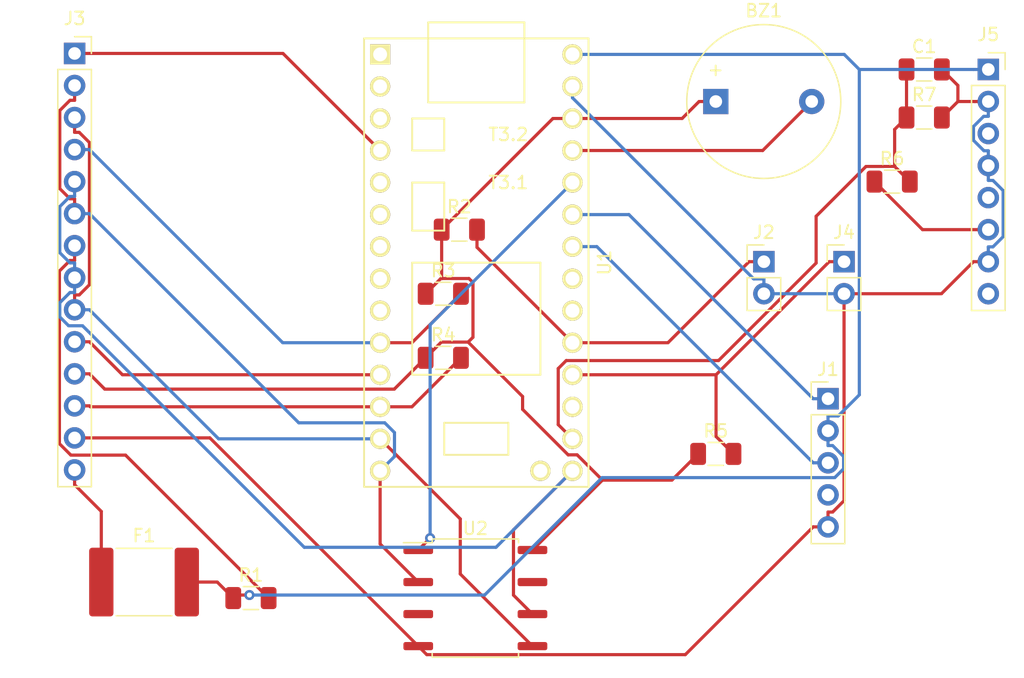
<source format=kicad_pcb>
(kicad_pcb (version 20171130) (host pcbnew "(5.0.2-5)-5")

  (general
    (thickness 1.6)
    (drawings 0)
    (tracks 195)
    (zones 0)
    (modules 17)
    (nets 39)
  )

  (page A4)
  (layers
    (0 F.Cu signal)
    (31 B.Cu signal)
    (32 B.Adhes user)
    (33 F.Adhes user)
    (34 B.Paste user)
    (35 F.Paste user)
    (36 B.SilkS user)
    (37 F.SilkS user)
    (38 B.Mask user)
    (39 F.Mask user)
    (40 Dwgs.User user)
    (41 Cmts.User user)
    (42 Eco1.User user)
    (43 Eco2.User user)
    (44 Edge.Cuts user)
    (45 Margin user)
    (46 B.CrtYd user)
    (47 F.CrtYd user)
    (48 B.Fab user)
    (49 F.Fab user)
  )

  (setup
    (last_trace_width 0.25)
    (trace_clearance 0.2)
    (zone_clearance 0.508)
    (zone_45_only no)
    (trace_min 0.2)
    (segment_width 0.2)
    (edge_width 0.15)
    (via_size 0.8)
    (via_drill 0.4)
    (via_min_size 0.4)
    (via_min_drill 0.3)
    (uvia_size 0.3)
    (uvia_drill 0.1)
    (uvias_allowed no)
    (uvia_min_size 0.2)
    (uvia_min_drill 0.1)
    (pcb_text_width 0.3)
    (pcb_text_size 1.5 1.5)
    (mod_edge_width 0.15)
    (mod_text_size 1 1)
    (mod_text_width 0.15)
    (pad_size 1.524 1.524)
    (pad_drill 0.762)
    (pad_to_mask_clearance 0.051)
    (solder_mask_min_width 0.25)
    (aux_axis_origin 0 0)
    (visible_elements FFFFFF7F)
    (pcbplotparams
      (layerselection 0x010fc_ffffffff)
      (usegerberextensions false)
      (usegerberattributes false)
      (usegerberadvancedattributes false)
      (creategerberjobfile false)
      (excludeedgelayer true)
      (linewidth 0.100000)
      (plotframeref false)
      (viasonmask false)
      (mode 1)
      (useauxorigin false)
      (hpglpennumber 1)
      (hpglpenspeed 20)
      (hpglpendiameter 15.000000)
      (psnegative false)
      (psa4output false)
      (plotreference true)
      (plotvalue true)
      (plotinvisibletext false)
      (padsonsilk false)
      (subtractmaskfromsilk false)
      (outputformat 1)
      (mirror false)
      (drillshape 1)
      (scaleselection 1)
      (outputdirectory ""))
  )

  (net 0 "")
  (net 1 +3V3)
  (net 2 "Net-(BZ1-Pad2)")
  (net 3 VBAT.5)
  (net 4 GND)
  (net 5 "Net-(F1-Pad1)")
  (net 6 +5V)
  (net 7 ENC-B)
  (net 8 ~BUTTON1)
  (net 9 TIRQ)
  (net 10 MISO)
  (net 11 MOSI)
  (net 12 TCS)
  (net 13 SCK)
  (net 14 "Net-(J3-Pad7)")
  (net 15 DnC)
  (net 16 CS)
  (net 17 ~BUTTON2)
  (net 18 ~LOBAT)
  (net 19 ~PWR_OFF)
  (net 20 VBAT)
  (net 21 "Net-(J5-Pad8)")
  (net 22 "Net-(U1-Pad19)")
  (net 23 "Net-(U1-Pad22)")
  (net 24 "Net-(U1-Pad25)")
  (net 25 "Net-(U1-Pad26)")
  (net 26 ENC-A)
  (net 27 ~FRCS)
  (net 28 "Net-(U1-Pad9)")
  (net 29 "Net-(U1-Pad8)")
  (net 30 "Net-(U1-Pad7)")
  (net 31 "Net-(U1-Pad6)")
  (net 32 "Net-(U1-Pad5)")
  (net 33 "Net-(U1-Pad3)")
  (net 34 "Net-(U1-Pad2)")
  (net 35 "Net-(U1-Pad1)")
  (net 36 "Net-(U2-Pad3)")
  (net 37 "Net-(U2-Pad7)")
  (net 38 "Net-(J1-Pad4)")

  (net_class Default "This is the default net class."
    (clearance 0.2)
    (trace_width 0.25)
    (via_dia 0.8)
    (via_drill 0.4)
    (uvia_dia 0.3)
    (uvia_drill 0.1)
    (add_net +3V3)
    (add_net +5V)
    (add_net CS)
    (add_net DnC)
    (add_net ENC-A)
    (add_net ENC-B)
    (add_net GND)
    (add_net MISO)
    (add_net MOSI)
    (add_net "Net-(BZ1-Pad2)")
    (add_net "Net-(F1-Pad1)")
    (add_net "Net-(J1-Pad4)")
    (add_net "Net-(J3-Pad7)")
    (add_net "Net-(J5-Pad8)")
    (add_net "Net-(U1-Pad1)")
    (add_net "Net-(U1-Pad19)")
    (add_net "Net-(U1-Pad2)")
    (add_net "Net-(U1-Pad22)")
    (add_net "Net-(U1-Pad25)")
    (add_net "Net-(U1-Pad26)")
    (add_net "Net-(U1-Pad3)")
    (add_net "Net-(U1-Pad5)")
    (add_net "Net-(U1-Pad6)")
    (add_net "Net-(U1-Pad7)")
    (add_net "Net-(U1-Pad8)")
    (add_net "Net-(U1-Pad9)")
    (add_net "Net-(U2-Pad3)")
    (add_net "Net-(U2-Pad7)")
    (add_net SCK)
    (add_net TCS)
    (add_net TIRQ)
    (add_net VBAT)
    (add_net VBAT.5)
    (add_net ~BUTTON1)
    (add_net ~BUTTON2)
    (add_net ~FRCS)
    (add_net ~LOBAT)
    (add_net ~PWR_OFF)
  )

  (module Buzzer_Beeper:Buzzer_12x9.5RM7.6 (layer F.Cu) (tedit 5A030281) (tstamp 5C973018)
    (at 163.83 73.66)
    (descr "Generic Buzzer, D12mm height 9.5mm with RM7.6mm")
    (tags buzzer)
    (path /5C719CC2)
    (fp_text reference BZ1 (at 3.8 -7.2) (layer F.SilkS)
      (effects (font (size 1 1) (thickness 0.15)))
    )
    (fp_text value Buzzer (at 3.8 7.4) (layer F.Fab)
      (effects (font (size 1 1) (thickness 0.15)))
    )
    (fp_text user + (at -0.01 -2.54) (layer F.Fab)
      (effects (font (size 1 1) (thickness 0.15)))
    )
    (fp_text user + (at -0.01 -2.54) (layer F.SilkS)
      (effects (font (size 1 1) (thickness 0.15)))
    )
    (fp_text user %R (at 3.8 -4) (layer F.Fab)
      (effects (font (size 1 1) (thickness 0.15)))
    )
    (fp_circle (center 3.8 0) (end 10.05 0) (layer F.CrtYd) (width 0.05))
    (fp_circle (center 3.8 0) (end 9.8 0) (layer F.Fab) (width 0.1))
    (fp_circle (center 3.8 0) (end 4.8 0) (layer F.Fab) (width 0.1))
    (fp_circle (center 3.8 0) (end 9.9 0) (layer F.SilkS) (width 0.12))
    (pad 1 thru_hole rect (at 0 0) (size 2 2) (drill 1) (layers *.Cu *.Mask)
      (net 1 +3V3))
    (pad 2 thru_hole circle (at 7.6 0) (size 2 2) (drill 1) (layers *.Cu *.Mask)
      (net 2 "Net-(BZ1-Pad2)"))
    (model ${KISYS3DMOD}/Buzzer_Beeper.3dshapes/Buzzer_12x9.5RM7.6.wrl
      (at (xyz 0 0 0))
      (scale (xyz 1 1 1))
      (rotate (xyz 0 0 0))
    )
  )

  (module Capacitor_SMD:C_1206_3216Metric (layer F.Cu) (tedit 5B301BBE) (tstamp 5C973029)
    (at 180.34 71.12)
    (descr "Capacitor SMD 1206 (3216 Metric), square (rectangular) end terminal, IPC_7351 nominal, (Body size source: http://www.tortai-tech.com/upload/download/2011102023233369053.pdf), generated with kicad-footprint-generator")
    (tags capacitor)
    (path /5C7298FE)
    (attr smd)
    (fp_text reference C1 (at 0 -1.82) (layer F.SilkS)
      (effects (font (size 1 1) (thickness 0.15)))
    )
    (fp_text value .1uf (at 0 1.82) (layer F.Fab)
      (effects (font (size 1 1) (thickness 0.15)))
    )
    (fp_line (start -1.6 0.8) (end -1.6 -0.8) (layer F.Fab) (width 0.1))
    (fp_line (start -1.6 -0.8) (end 1.6 -0.8) (layer F.Fab) (width 0.1))
    (fp_line (start 1.6 -0.8) (end 1.6 0.8) (layer F.Fab) (width 0.1))
    (fp_line (start 1.6 0.8) (end -1.6 0.8) (layer F.Fab) (width 0.1))
    (fp_line (start -0.602064 -0.91) (end 0.602064 -0.91) (layer F.SilkS) (width 0.12))
    (fp_line (start -0.602064 0.91) (end 0.602064 0.91) (layer F.SilkS) (width 0.12))
    (fp_line (start -2.28 1.12) (end -2.28 -1.12) (layer F.CrtYd) (width 0.05))
    (fp_line (start -2.28 -1.12) (end 2.28 -1.12) (layer F.CrtYd) (width 0.05))
    (fp_line (start 2.28 -1.12) (end 2.28 1.12) (layer F.CrtYd) (width 0.05))
    (fp_line (start 2.28 1.12) (end -2.28 1.12) (layer F.CrtYd) (width 0.05))
    (fp_text user %R (at 0 0) (layer F.Fab)
      (effects (font (size 0.8 0.8) (thickness 0.12)))
    )
    (pad 1 smd roundrect (at -1.4 0) (size 1.25 1.75) (layers F.Cu F.Paste F.Mask) (roundrect_rratio 0.2)
      (net 3 VBAT.5))
    (pad 2 smd roundrect (at 1.4 0) (size 1.25 1.75) (layers F.Cu F.Paste F.Mask) (roundrect_rratio 0.2)
      (net 4 GND))
    (model ${KISYS3DMOD}/Capacitor_SMD.3dshapes/C_1206_3216Metric.wrl
      (at (xyz 0 0 0))
      (scale (xyz 1 1 1))
      (rotate (xyz 0 0 0))
    )
  )

  (module Fuse:Fuse_2920_7451Metric (layer F.Cu) (tedit 5B341557) (tstamp 5C97303A)
    (at 118.532 111.76)
    (descr "Fuse SMD 2920 (7451 Metric), square (rectangular) end terminal, IPC_7351 nominal, (Body size from: http://www.megastar.com/products/fusetronic/polyswitch/PDF/smd2920.pdf), generated with kicad-footprint-generator")
    (tags resistor)
    (path /5C714627)
    (attr smd)
    (fp_text reference F1 (at 0 -3.68) (layer F.SilkS)
      (effects (font (size 1 1) (thickness 0.15)))
    )
    (fp_text value "450mA Polyfuse" (at 0 3.68) (layer F.Fab)
      (effects (font (size 1 1) (thickness 0.15)))
    )
    (fp_line (start -3.6775 2.56) (end -3.6775 -2.56) (layer F.Fab) (width 0.1))
    (fp_line (start -3.6775 -2.56) (end 3.6775 -2.56) (layer F.Fab) (width 0.1))
    (fp_line (start 3.6775 -2.56) (end 3.6775 2.56) (layer F.Fab) (width 0.1))
    (fp_line (start 3.6775 2.56) (end -3.6775 2.56) (layer F.Fab) (width 0.1))
    (fp_line (start -2.203752 -2.67) (end 2.203752 -2.67) (layer F.SilkS) (width 0.12))
    (fp_line (start -2.203752 2.67) (end 2.203752 2.67) (layer F.SilkS) (width 0.12))
    (fp_line (start -4.6 2.98) (end -4.6 -2.98) (layer F.CrtYd) (width 0.05))
    (fp_line (start -4.6 -2.98) (end 4.6 -2.98) (layer F.CrtYd) (width 0.05))
    (fp_line (start 4.6 -2.98) (end 4.6 2.98) (layer F.CrtYd) (width 0.05))
    (fp_line (start 4.6 2.98) (end -4.6 2.98) (layer F.CrtYd) (width 0.05))
    (fp_text user %R (at 0 0) (layer F.Fab)
      (effects (font (size 1 1) (thickness 0.15)))
    )
    (pad 1 smd roundrect (at -3.3875 0) (size 1.925 5.45) (layers F.Cu F.Paste F.Mask) (roundrect_rratio 0.12987)
      (net 5 "Net-(F1-Pad1)"))
    (pad 2 smd roundrect (at 3.3875 0) (size 1.925 5.45) (layers F.Cu F.Paste F.Mask) (roundrect_rratio 0.12987)
      (net 6 +5V))
    (model ${KISYS3DMOD}/Fuse.3dshapes/Fuse_2920_7451Metric.wrl
      (at (xyz 0 0 0))
      (scale (xyz 1 1 1))
      (rotate (xyz 0 0 0))
    )
  )

  (module Connector_PinHeader_2.54mm:PinHeader_1x05_P2.54mm_Vertical (layer F.Cu) (tedit 59FED5CC) (tstamp 5C973053)
    (at 172.72 97.225)
    (descr "Through hole straight pin header, 1x05, 2.54mm pitch, single row")
    (tags "Through hole pin header THT 1x05 2.54mm single row")
    (path /5C72F7E3)
    (fp_text reference J1 (at 0 -2.33) (layer F.SilkS)
      (effects (font (size 1 1) (thickness 0.15)))
    )
    (fp_text value "Encoder Header" (at 0 12.49) (layer F.Fab)
      (effects (font (size 1 1) (thickness 0.15)))
    )
    (fp_line (start -0.635 -1.27) (end 1.27 -1.27) (layer F.Fab) (width 0.1))
    (fp_line (start 1.27 -1.27) (end 1.27 11.43) (layer F.Fab) (width 0.1))
    (fp_line (start 1.27 11.43) (end -1.27 11.43) (layer F.Fab) (width 0.1))
    (fp_line (start -1.27 11.43) (end -1.27 -0.635) (layer F.Fab) (width 0.1))
    (fp_line (start -1.27 -0.635) (end -0.635 -1.27) (layer F.Fab) (width 0.1))
    (fp_line (start -1.33 11.49) (end 1.33 11.49) (layer F.SilkS) (width 0.12))
    (fp_line (start -1.33 1.27) (end -1.33 11.49) (layer F.SilkS) (width 0.12))
    (fp_line (start 1.33 1.27) (end 1.33 11.49) (layer F.SilkS) (width 0.12))
    (fp_line (start -1.33 1.27) (end 1.33 1.27) (layer F.SilkS) (width 0.12))
    (fp_line (start -1.33 0) (end -1.33 -1.33) (layer F.SilkS) (width 0.12))
    (fp_line (start -1.33 -1.33) (end 0 -1.33) (layer F.SilkS) (width 0.12))
    (fp_line (start -1.8 -1.8) (end -1.8 11.95) (layer F.CrtYd) (width 0.05))
    (fp_line (start -1.8 11.95) (end 1.8 11.95) (layer F.CrtYd) (width 0.05))
    (fp_line (start 1.8 11.95) (end 1.8 -1.8) (layer F.CrtYd) (width 0.05))
    (fp_line (start 1.8 -1.8) (end -1.8 -1.8) (layer F.CrtYd) (width 0.05))
    (fp_text user %R (at 0 5.08 90) (layer F.Fab)
      (effects (font (size 1 1) (thickness 0.15)))
    )
    (pad 1 thru_hole rect (at 0 0) (size 1.7 1.7) (drill 1) (layers *.Cu *.Mask)
      (net 7 ENC-B))
    (pad 2 thru_hole oval (at 0 2.54) (size 1.7 1.7) (drill 1) (layers *.Cu *.Mask)
      (net 6 +5V))
    (pad 3 thru_hole oval (at 0 5.08) (size 1.7 1.7) (drill 1) (layers *.Cu *.Mask)
      (net 26 ENC-A))
    (pad 4 thru_hole oval (at 0 7.62) (size 1.7 1.7) (drill 1) (layers *.Cu *.Mask)
      (net 38 "Net-(J1-Pad4)"))
    (pad 5 thru_hole oval (at 0 10.16) (size 1.7 1.7) (drill 1) (layers *.Cu *.Mask)
      (net 4 GND))
    (model ${KISYS3DMOD}/Connector_PinHeader_2.54mm.3dshapes/PinHeader_1x05_P2.54mm_Vertical.wrl
      (at (xyz 0 0 0))
      (scale (xyz 1 1 1))
      (rotate (xyz 0 0 0))
    )
  )

  (module Connector_PinHeader_2.54mm:PinHeader_1x02_P2.54mm_Vertical (layer F.Cu) (tedit 59FED5CC) (tstamp 5C973069)
    (at 167.64 86.36)
    (descr "Through hole straight pin header, 1x02, 2.54mm pitch, single row")
    (tags "Through hole pin header THT 1x02 2.54mm single row")
    (path /5C741892)
    (fp_text reference J2 (at 0 -2.33) (layer F.SilkS)
      (effects (font (size 1 1) (thickness 0.15)))
    )
    (fp_text value "Button Header" (at 0 4.87) (layer F.Fab)
      (effects (font (size 1 1) (thickness 0.15)))
    )
    (fp_text user %R (at 0 1.27 90) (layer F.Fab)
      (effects (font (size 1 1) (thickness 0.15)))
    )
    (fp_line (start 1.8 -1.8) (end -1.8 -1.8) (layer F.CrtYd) (width 0.05))
    (fp_line (start 1.8 4.35) (end 1.8 -1.8) (layer F.CrtYd) (width 0.05))
    (fp_line (start -1.8 4.35) (end 1.8 4.35) (layer F.CrtYd) (width 0.05))
    (fp_line (start -1.8 -1.8) (end -1.8 4.35) (layer F.CrtYd) (width 0.05))
    (fp_line (start -1.33 -1.33) (end 0 -1.33) (layer F.SilkS) (width 0.12))
    (fp_line (start -1.33 0) (end -1.33 -1.33) (layer F.SilkS) (width 0.12))
    (fp_line (start -1.33 1.27) (end 1.33 1.27) (layer F.SilkS) (width 0.12))
    (fp_line (start 1.33 1.27) (end 1.33 3.87) (layer F.SilkS) (width 0.12))
    (fp_line (start -1.33 1.27) (end -1.33 3.87) (layer F.SilkS) (width 0.12))
    (fp_line (start -1.33 3.87) (end 1.33 3.87) (layer F.SilkS) (width 0.12))
    (fp_line (start -1.27 -0.635) (end -0.635 -1.27) (layer F.Fab) (width 0.1))
    (fp_line (start -1.27 3.81) (end -1.27 -0.635) (layer F.Fab) (width 0.1))
    (fp_line (start 1.27 3.81) (end -1.27 3.81) (layer F.Fab) (width 0.1))
    (fp_line (start 1.27 -1.27) (end 1.27 3.81) (layer F.Fab) (width 0.1))
    (fp_line (start -0.635 -1.27) (end 1.27 -1.27) (layer F.Fab) (width 0.1))
    (pad 2 thru_hole oval (at 0 2.54) (size 1.7 1.7) (drill 1) (layers *.Cu *.Mask)
      (net 4 GND))
    (pad 1 thru_hole rect (at 0 0) (size 1.7 1.7) (drill 1) (layers *.Cu *.Mask)
      (net 8 ~BUTTON1))
    (model ${KISYS3DMOD}/Connector_PinHeader_2.54mm.3dshapes/PinHeader_1x02_P2.54mm_Vertical.wrl
      (at (xyz 0 0 0))
      (scale (xyz 1 1 1))
      (rotate (xyz 0 0 0))
    )
  )

  (module Connector_PinSocket_2.54mm:PinSocket_1x14_P2.54mm_Vertical (layer F.Cu) (tedit 5A19A434) (tstamp 5C97308B)
    (at 113.03 69.85)
    (descr "Through hole straight socket strip, 1x14, 2.54mm pitch, single row (from Kicad 4.0.7), script generated")
    (tags "Through hole socket strip THT 1x14 2.54mm single row")
    (path /5C72F38F)
    (fp_text reference J3 (at 0 -2.77) (layer F.SilkS)
      (effects (font (size 1 1) (thickness 0.15)))
    )
    (fp_text value "IFI9431 Header" (at 0 35.79) (layer F.Fab)
      (effects (font (size 1 1) (thickness 0.15)))
    )
    (fp_line (start -1.27 -1.27) (end 0.635 -1.27) (layer F.Fab) (width 0.1))
    (fp_line (start 0.635 -1.27) (end 1.27 -0.635) (layer F.Fab) (width 0.1))
    (fp_line (start 1.27 -0.635) (end 1.27 34.29) (layer F.Fab) (width 0.1))
    (fp_line (start 1.27 34.29) (end -1.27 34.29) (layer F.Fab) (width 0.1))
    (fp_line (start -1.27 34.29) (end -1.27 -1.27) (layer F.Fab) (width 0.1))
    (fp_line (start -1.33 1.27) (end 1.33 1.27) (layer F.SilkS) (width 0.12))
    (fp_line (start -1.33 1.27) (end -1.33 34.35) (layer F.SilkS) (width 0.12))
    (fp_line (start -1.33 34.35) (end 1.33 34.35) (layer F.SilkS) (width 0.12))
    (fp_line (start 1.33 1.27) (end 1.33 34.35) (layer F.SilkS) (width 0.12))
    (fp_line (start 1.33 -1.33) (end 1.33 0) (layer F.SilkS) (width 0.12))
    (fp_line (start 0 -1.33) (end 1.33 -1.33) (layer F.SilkS) (width 0.12))
    (fp_line (start -1.8 -1.8) (end 1.75 -1.8) (layer F.CrtYd) (width 0.05))
    (fp_line (start 1.75 -1.8) (end 1.75 34.8) (layer F.CrtYd) (width 0.05))
    (fp_line (start 1.75 34.8) (end -1.8 34.8) (layer F.CrtYd) (width 0.05))
    (fp_line (start -1.8 34.8) (end -1.8 -1.8) (layer F.CrtYd) (width 0.05))
    (fp_text user %R (at 0 16.51 90) (layer F.Fab)
      (effects (font (size 1 1) (thickness 0.15)))
    )
    (pad 1 thru_hole rect (at 0 0) (size 1.7 1.7) (drill 1) (layers *.Cu *.Mask)
      (net 9 TIRQ))
    (pad 2 thru_hole oval (at 0 2.54) (size 1.7 1.7) (drill 1) (layers *.Cu *.Mask)
      (net 10 MISO))
    (pad 3 thru_hole oval (at 0 5.08) (size 1.7 1.7) (drill 1) (layers *.Cu *.Mask)
      (net 11 MOSI))
    (pad 4 thru_hole oval (at 0 7.62) (size 1.7 1.7) (drill 1) (layers *.Cu *.Mask)
      (net 12 TCS))
    (pad 5 thru_hole oval (at 0 10.16) (size 1.7 1.7) (drill 1) (layers *.Cu *.Mask)
      (net 13 SCK))
    (pad 6 thru_hole oval (at 0 12.7) (size 1.7 1.7) (drill 1) (layers *.Cu *.Mask)
      (net 10 MISO))
    (pad 7 thru_hole oval (at 0 15.24) (size 1.7 1.7) (drill 1) (layers *.Cu *.Mask)
      (net 14 "Net-(J3-Pad7)"))
    (pad 8 thru_hole oval (at 0 17.78) (size 1.7 1.7) (drill 1) (layers *.Cu *.Mask)
      (net 13 SCK))
    (pad 9 thru_hole oval (at 0 20.32) (size 1.7 1.7) (drill 1) (layers *.Cu *.Mask)
      (net 11 MOSI))
    (pad 10 thru_hole oval (at 0 22.86) (size 1.7 1.7) (drill 1) (layers *.Cu *.Mask)
      (net 15 DnC))
    (pad 11 thru_hole oval (at 0 25.4) (size 1.7 1.7) (drill 1) (layers *.Cu *.Mask)
      (net 1 +3V3))
    (pad 12 thru_hole oval (at 0 27.94) (size 1.7 1.7) (drill 1) (layers *.Cu *.Mask)
      (net 16 CS))
    (pad 13 thru_hole oval (at 0 30.48) (size 1.7 1.7) (drill 1) (layers *.Cu *.Mask)
      (net 4 GND))
    (pad 14 thru_hole oval (at 0 33.02) (size 1.7 1.7) (drill 1) (layers *.Cu *.Mask)
      (net 5 "Net-(F1-Pad1)"))
    (model ${KISYS3DMOD}/Connector_PinSocket_2.54mm.3dshapes/PinSocket_1x14_P2.54mm_Vertical.wrl
      (at (xyz 0 0 0))
      (scale (xyz 1 1 1))
      (rotate (xyz 0 0 0))
    )
  )

  (module Connector_PinHeader_2.54mm:PinHeader_1x02_P2.54mm_Vertical (layer F.Cu) (tedit 59FED5CC) (tstamp 5C9730A1)
    (at 173.99 86.36)
    (descr "Through hole straight pin header, 1x02, 2.54mm pitch, single row")
    (tags "Through hole pin header THT 1x02 2.54mm single row")
    (path /5C73893B)
    (fp_text reference J4 (at 0 -2.33) (layer F.SilkS)
      (effects (font (size 1 1) (thickness 0.15)))
    )
    (fp_text value "Button Header" (at 0 4.87) (layer F.Fab)
      (effects (font (size 1 1) (thickness 0.15)))
    )
    (fp_line (start -0.635 -1.27) (end 1.27 -1.27) (layer F.Fab) (width 0.1))
    (fp_line (start 1.27 -1.27) (end 1.27 3.81) (layer F.Fab) (width 0.1))
    (fp_line (start 1.27 3.81) (end -1.27 3.81) (layer F.Fab) (width 0.1))
    (fp_line (start -1.27 3.81) (end -1.27 -0.635) (layer F.Fab) (width 0.1))
    (fp_line (start -1.27 -0.635) (end -0.635 -1.27) (layer F.Fab) (width 0.1))
    (fp_line (start -1.33 3.87) (end 1.33 3.87) (layer F.SilkS) (width 0.12))
    (fp_line (start -1.33 1.27) (end -1.33 3.87) (layer F.SilkS) (width 0.12))
    (fp_line (start 1.33 1.27) (end 1.33 3.87) (layer F.SilkS) (width 0.12))
    (fp_line (start -1.33 1.27) (end 1.33 1.27) (layer F.SilkS) (width 0.12))
    (fp_line (start -1.33 0) (end -1.33 -1.33) (layer F.SilkS) (width 0.12))
    (fp_line (start -1.33 -1.33) (end 0 -1.33) (layer F.SilkS) (width 0.12))
    (fp_line (start -1.8 -1.8) (end -1.8 4.35) (layer F.CrtYd) (width 0.05))
    (fp_line (start -1.8 4.35) (end 1.8 4.35) (layer F.CrtYd) (width 0.05))
    (fp_line (start 1.8 4.35) (end 1.8 -1.8) (layer F.CrtYd) (width 0.05))
    (fp_line (start 1.8 -1.8) (end -1.8 -1.8) (layer F.CrtYd) (width 0.05))
    (fp_text user %R (at 0 1.27 90) (layer F.Fab)
      (effects (font (size 1 1) (thickness 0.15)))
    )
    (pad 1 thru_hole rect (at 0 0) (size 1.7 1.7) (drill 1) (layers *.Cu *.Mask)
      (net 17 ~BUTTON2))
    (pad 2 thru_hole oval (at 0 2.54) (size 1.7 1.7) (drill 1) (layers *.Cu *.Mask)
      (net 4 GND))
    (model ${KISYS3DMOD}/Connector_PinHeader_2.54mm.3dshapes/PinHeader_1x02_P2.54mm_Vertical.wrl
      (at (xyz 0 0 0))
      (scale (xyz 1 1 1))
      (rotate (xyz 0 0 0))
    )
  )

  (module Connector_PinSocket_2.54mm:PinSocket_1x08_P2.54mm_Vertical (layer F.Cu) (tedit 5C719F62) (tstamp 5C9739B0)
    (at 185.42 71.12)
    (descr "Through hole straight socket strip, 1x08, 2.54mm pitch, single row (from Kicad 4.0.7), script generated")
    (tags "Through hole socket strip THT 1x08 2.54mm single row")
    (path /5C71B899)
    (fp_text reference J5 (at 0 -2.77) (layer F.SilkS)
      (effects (font (size 1 1) (thickness 0.15)))
    )
    (fp_text value "Adafruit 500C Header" (at 2 20.55 90) (layer F.Fab)
      (effects (font (size 1 1) (thickness 0.15)))
    )
    (fp_line (start -1.27 -1.27) (end 0.635 -1.27) (layer F.Fab) (width 0.1))
    (fp_line (start 0.635 -1.27) (end 1.27 -0.635) (layer F.Fab) (width 0.1))
    (fp_line (start 1.27 -0.635) (end 1.27 19.05) (layer F.Fab) (width 0.1))
    (fp_line (start 1.27 19.05) (end -1.27 19.05) (layer F.Fab) (width 0.1))
    (fp_line (start -1.27 19.05) (end -1.27 -1.27) (layer F.Fab) (width 0.1))
    (fp_line (start -1.33 1.27) (end 1.33 1.27) (layer F.SilkS) (width 0.12))
    (fp_line (start -1.33 1.27) (end -1.33 19.11) (layer F.SilkS) (width 0.12))
    (fp_line (start -1.33 19.11) (end 1.33 19.11) (layer F.SilkS) (width 0.12))
    (fp_line (start 1.33 1.27) (end 1.33 19.11) (layer F.SilkS) (width 0.12))
    (fp_line (start 1.33 -1.33) (end 1.33 0) (layer F.SilkS) (width 0.12))
    (fp_line (start 0 -1.33) (end 1.33 -1.33) (layer F.SilkS) (width 0.12))
    (fp_line (start -1.8 -1.8) (end 1.75 -1.8) (layer F.CrtYd) (width 0.05))
    (fp_line (start 1.75 -1.8) (end 1.75 19.55) (layer F.CrtYd) (width 0.05))
    (fp_line (start 1.75 19.55) (end -1.8 19.55) (layer F.CrtYd) (width 0.05))
    (fp_line (start -1.8 19.55) (end -1.8 -1.8) (layer F.CrtYd) (width 0.05))
    (fp_text user %R (at 0 8.89 90) (layer F.Fab)
      (effects (font (size 1 1) (thickness 0.15)))
    )
    (pad 1 thru_hole rect (at 0 0) (size 1.7 1.7) (drill 1) (layers *.Cu *.Mask)
      (net 6 +5V))
    (pad 2 thru_hole oval (at 0 2.54) (size 1.7 1.7) (drill 1) (layers *.Cu *.Mask)
      (net 4 GND))
    (pad 3 thru_hole oval (at 0 5.08) (size 1.7 1.7) (drill 1) (layers *.Cu *.Mask)
      (net 18 ~LOBAT))
    (pad 4 thru_hole oval (at 0 7.62) (size 1.7 1.7) (drill 1) (layers *.Cu *.Mask)
      (net 4 GND))
    (pad 5 thru_hole oval (at 0 10.16) (size 1.7 1.7) (drill 1) (layers *.Cu *.Mask)
      (net 19 ~PWR_OFF))
    (pad 6 thru_hole oval (at 0 12.7) (size 1.7 1.7) (drill 1) (layers *.Cu *.Mask)
      (net 20 VBAT))
    (pad 7 thru_hole oval (at 0 15.24) (size 1.7 1.7) (drill 1) (layers *.Cu *.Mask)
      (net 4 GND))
    (pad 8 thru_hole oval (at 0 17.78) (size 1.7 1.7) (drill 1) (layers *.Cu *.Mask)
      (net 21 "Net-(J5-Pad8)"))
    (model ${KISYS3DMOD}/Connector_PinSocket_2.54mm.3dshapes/PinSocket_1x08_P2.54mm_Vertical.wrl
      (at (xyz 0 0 0))
      (scale (xyz 1 1 1))
      (rotate (xyz 0 0 0))
    )
  )

  (module Resistor_SMD:R_1206_3216Metric (layer F.Cu) (tedit 5B301BBD) (tstamp 5C9730CE)
    (at 127 113.03)
    (descr "Resistor SMD 1206 (3216 Metric), square (rectangular) end terminal, IPC_7351 nominal, (Body size source: http://www.tortai-tech.com/upload/download/2011102023233369053.pdf), generated with kicad-footprint-generator")
    (tags resistor)
    (path /5C70CE12)
    (attr smd)
    (fp_text reference R1 (at 0 -1.82) (layer F.SilkS)
      (effects (font (size 1 1) (thickness 0.15)))
    )
    (fp_text value 100 (at 0 1.82) (layer F.Fab)
      (effects (font (size 1 1) (thickness 0.15)))
    )
    (fp_line (start -1.6 0.8) (end -1.6 -0.8) (layer F.Fab) (width 0.1))
    (fp_line (start -1.6 -0.8) (end 1.6 -0.8) (layer F.Fab) (width 0.1))
    (fp_line (start 1.6 -0.8) (end 1.6 0.8) (layer F.Fab) (width 0.1))
    (fp_line (start 1.6 0.8) (end -1.6 0.8) (layer F.Fab) (width 0.1))
    (fp_line (start -0.602064 -0.91) (end 0.602064 -0.91) (layer F.SilkS) (width 0.12))
    (fp_line (start -0.602064 0.91) (end 0.602064 0.91) (layer F.SilkS) (width 0.12))
    (fp_line (start -2.28 1.12) (end -2.28 -1.12) (layer F.CrtYd) (width 0.05))
    (fp_line (start -2.28 -1.12) (end 2.28 -1.12) (layer F.CrtYd) (width 0.05))
    (fp_line (start 2.28 -1.12) (end 2.28 1.12) (layer F.CrtYd) (width 0.05))
    (fp_line (start 2.28 1.12) (end -2.28 1.12) (layer F.CrtYd) (width 0.05))
    (fp_text user %R (at 0 0.594999) (layer F.Fab)
      (effects (font (size 0.8 0.8) (thickness 0.12)))
    )
    (pad 1 smd roundrect (at -1.4 0) (size 1.25 1.75) (layers F.Cu F.Paste F.Mask) (roundrect_rratio 0.2)
      (net 6 +5V))
    (pad 2 smd roundrect (at 1.4 0) (size 1.25 1.75) (layers F.Cu F.Paste F.Mask) (roundrect_rratio 0.2)
      (net 14 "Net-(J3-Pad7)"))
    (model ${KISYS3DMOD}/Resistor_SMD.3dshapes/R_1206_3216Metric.wrl
      (at (xyz 0 0 0))
      (scale (xyz 1 1 1))
      (rotate (xyz 0 0 0))
    )
  )

  (module Resistor_SMD:R_1206_3216Metric (layer F.Cu) (tedit 5B301BBD) (tstamp 5C9730DF)
    (at 143.51 83.82)
    (descr "Resistor SMD 1206 (3216 Metric), square (rectangular) end terminal, IPC_7351 nominal, (Body size source: http://www.tortai-tech.com/upload/download/2011102023233369053.pdf), generated with kicad-footprint-generator")
    (tags resistor)
    (path /5C741899)
    (attr smd)
    (fp_text reference R2 (at 0 -1.82) (layer F.SilkS)
      (effects (font (size 1 1) (thickness 0.15)))
    )
    (fp_text value 10k (at 0 1.82) (layer F.Fab)
      (effects (font (size 1 1) (thickness 0.15)))
    )
    (fp_line (start -1.6 0.8) (end -1.6 -0.8) (layer F.Fab) (width 0.1))
    (fp_line (start -1.6 -0.8) (end 1.6 -0.8) (layer F.Fab) (width 0.1))
    (fp_line (start 1.6 -0.8) (end 1.6 0.8) (layer F.Fab) (width 0.1))
    (fp_line (start 1.6 0.8) (end -1.6 0.8) (layer F.Fab) (width 0.1))
    (fp_line (start -0.602064 -0.91) (end 0.602064 -0.91) (layer F.SilkS) (width 0.12))
    (fp_line (start -0.602064 0.91) (end 0.602064 0.91) (layer F.SilkS) (width 0.12))
    (fp_line (start -2.28 1.12) (end -2.28 -1.12) (layer F.CrtYd) (width 0.05))
    (fp_line (start -2.28 -1.12) (end 2.28 -1.12) (layer F.CrtYd) (width 0.05))
    (fp_line (start 2.28 -1.12) (end 2.28 1.12) (layer F.CrtYd) (width 0.05))
    (fp_line (start 2.28 1.12) (end -2.28 1.12) (layer F.CrtYd) (width 0.05))
    (fp_text user %R (at 0 0) (layer F.Fab)
      (effects (font (size 0.8 0.8) (thickness 0.12)))
    )
    (pad 1 smd roundrect (at -1.4 0) (size 1.25 1.75) (layers F.Cu F.Paste F.Mask) (roundrect_rratio 0.2)
      (net 1 +3V3))
    (pad 2 smd roundrect (at 1.4 0) (size 1.25 1.75) (layers F.Cu F.Paste F.Mask) (roundrect_rratio 0.2)
      (net 8 ~BUTTON1))
    (model ${KISYS3DMOD}/Resistor_SMD.3dshapes/R_1206_3216Metric.wrl
      (at (xyz 0 0 0))
      (scale (xyz 1 1 1))
      (rotate (xyz 0 0 0))
    )
  )

  (module Resistor_SMD:R_1206_3216Metric (layer F.Cu) (tedit 5B301BBD) (tstamp 5C9730F0)
    (at 142.24 88.9)
    (descr "Resistor SMD 1206 (3216 Metric), square (rectangular) end terminal, IPC_7351 nominal, (Body size source: http://www.tortai-tech.com/upload/download/2011102023233369053.pdf), generated with kicad-footprint-generator")
    (tags resistor)
    (path /5C70ED76)
    (attr smd)
    (fp_text reference R3 (at 0 -1.82) (layer F.SilkS)
      (effects (font (size 1 1) (thickness 0.15)))
    )
    (fp_text value 10k (at 0 1.82) (layer F.Fab)
      (effects (font (size 1 1) (thickness 0.15)))
    )
    (fp_text user %R (at 0 0) (layer F.Fab)
      (effects (font (size 0.8 0.8) (thickness 0.12)))
    )
    (fp_line (start 2.28 1.12) (end -2.28 1.12) (layer F.CrtYd) (width 0.05))
    (fp_line (start 2.28 -1.12) (end 2.28 1.12) (layer F.CrtYd) (width 0.05))
    (fp_line (start -2.28 -1.12) (end 2.28 -1.12) (layer F.CrtYd) (width 0.05))
    (fp_line (start -2.28 1.12) (end -2.28 -1.12) (layer F.CrtYd) (width 0.05))
    (fp_line (start -0.602064 0.91) (end 0.602064 0.91) (layer F.SilkS) (width 0.12))
    (fp_line (start -0.602064 -0.91) (end 0.602064 -0.91) (layer F.SilkS) (width 0.12))
    (fp_line (start 1.6 0.8) (end -1.6 0.8) (layer F.Fab) (width 0.1))
    (fp_line (start 1.6 -0.8) (end 1.6 0.8) (layer F.Fab) (width 0.1))
    (fp_line (start -1.6 -0.8) (end 1.6 -0.8) (layer F.Fab) (width 0.1))
    (fp_line (start -1.6 0.8) (end -1.6 -0.8) (layer F.Fab) (width 0.1))
    (pad 2 smd roundrect (at 1.4 0) (size 1.25 1.75) (layers F.Cu F.Paste F.Mask) (roundrect_rratio 0.2)
      (net 12 TCS))
    (pad 1 smd roundrect (at -1.4 0) (size 1.25 1.75) (layers F.Cu F.Paste F.Mask) (roundrect_rratio 0.2)
      (net 1 +3V3))
    (model ${KISYS3DMOD}/Resistor_SMD.3dshapes/R_1206_3216Metric.wrl
      (at (xyz 0 0 0))
      (scale (xyz 1 1 1))
      (rotate (xyz 0 0 0))
    )
  )

  (module Resistor_SMD:R_1206_3216Metric (layer F.Cu) (tedit 5B301BBD) (tstamp 5C973101)
    (at 142.24 93.98)
    (descr "Resistor SMD 1206 (3216 Metric), square (rectangular) end terminal, IPC_7351 nominal, (Body size source: http://www.tortai-tech.com/upload/download/2011102023233369053.pdf), generated with kicad-footprint-generator")
    (tags resistor)
    (path /5C70EDC1)
    (attr smd)
    (fp_text reference R4 (at 0 -1.82) (layer F.SilkS)
      (effects (font (size 1 1) (thickness 0.15)))
    )
    (fp_text value 10k (at 0 1.82) (layer F.Fab)
      (effects (font (size 1 1) (thickness 0.15)))
    )
    (fp_line (start -1.6 0.8) (end -1.6 -0.8) (layer F.Fab) (width 0.1))
    (fp_line (start -1.6 -0.8) (end 1.6 -0.8) (layer F.Fab) (width 0.1))
    (fp_line (start 1.6 -0.8) (end 1.6 0.8) (layer F.Fab) (width 0.1))
    (fp_line (start 1.6 0.8) (end -1.6 0.8) (layer F.Fab) (width 0.1))
    (fp_line (start -0.602064 -0.91) (end 0.602064 -0.91) (layer F.SilkS) (width 0.12))
    (fp_line (start -0.602064 0.91) (end 0.602064 0.91) (layer F.SilkS) (width 0.12))
    (fp_line (start -2.28 1.12) (end -2.28 -1.12) (layer F.CrtYd) (width 0.05))
    (fp_line (start -2.28 -1.12) (end 2.28 -1.12) (layer F.CrtYd) (width 0.05))
    (fp_line (start 2.28 -1.12) (end 2.28 1.12) (layer F.CrtYd) (width 0.05))
    (fp_line (start 2.28 1.12) (end -2.28 1.12) (layer F.CrtYd) (width 0.05))
    (fp_text user %R (at 0 0) (layer F.Fab)
      (effects (font (size 0.8 0.8) (thickness 0.12)))
    )
    (pad 1 smd roundrect (at -1.4 0) (size 1.25 1.75) (layers F.Cu F.Paste F.Mask) (roundrect_rratio 0.2)
      (net 1 +3V3))
    (pad 2 smd roundrect (at 1.4 0) (size 1.25 1.75) (layers F.Cu F.Paste F.Mask) (roundrect_rratio 0.2)
      (net 16 CS))
    (model ${KISYS3DMOD}/Resistor_SMD.3dshapes/R_1206_3216Metric.wrl
      (at (xyz 0 0 0))
      (scale (xyz 1 1 1))
      (rotate (xyz 0 0 0))
    )
  )

  (module Resistor_SMD:R_1206_3216Metric (layer F.Cu) (tedit 5B301BBD) (tstamp 5C973112)
    (at 163.83 101.6)
    (descr "Resistor SMD 1206 (3216 Metric), square (rectangular) end terminal, IPC_7351 nominal, (Body size source: http://www.tortai-tech.com/upload/download/2011102023233369053.pdf), generated with kicad-footprint-generator")
    (tags resistor)
    (path /5C7389D4)
    (attr smd)
    (fp_text reference R5 (at 0 -1.82) (layer F.SilkS)
      (effects (font (size 1 1) (thickness 0.15)))
    )
    (fp_text value 10k (at 0 1.82) (layer F.Fab)
      (effects (font (size 1 1) (thickness 0.15)))
    )
    (fp_text user %R (at 0 0) (layer F.Fab)
      (effects (font (size 0.8 0.8) (thickness 0.12)))
    )
    (fp_line (start 2.28 1.12) (end -2.28 1.12) (layer F.CrtYd) (width 0.05))
    (fp_line (start 2.28 -1.12) (end 2.28 1.12) (layer F.CrtYd) (width 0.05))
    (fp_line (start -2.28 -1.12) (end 2.28 -1.12) (layer F.CrtYd) (width 0.05))
    (fp_line (start -2.28 1.12) (end -2.28 -1.12) (layer F.CrtYd) (width 0.05))
    (fp_line (start -0.602064 0.91) (end 0.602064 0.91) (layer F.SilkS) (width 0.12))
    (fp_line (start -0.602064 -0.91) (end 0.602064 -0.91) (layer F.SilkS) (width 0.12))
    (fp_line (start 1.6 0.8) (end -1.6 0.8) (layer F.Fab) (width 0.1))
    (fp_line (start 1.6 -0.8) (end 1.6 0.8) (layer F.Fab) (width 0.1))
    (fp_line (start -1.6 -0.8) (end 1.6 -0.8) (layer F.Fab) (width 0.1))
    (fp_line (start -1.6 0.8) (end -1.6 -0.8) (layer F.Fab) (width 0.1))
    (pad 2 smd roundrect (at 1.4 0) (size 1.25 1.75) (layers F.Cu F.Paste F.Mask) (roundrect_rratio 0.2)
      (net 17 ~BUTTON2))
    (pad 1 smd roundrect (at -1.4 0) (size 1.25 1.75) (layers F.Cu F.Paste F.Mask) (roundrect_rratio 0.2)
      (net 1 +3V3))
    (model ${KISYS3DMOD}/Resistor_SMD.3dshapes/R_1206_3216Metric.wrl
      (at (xyz 0 0 0))
      (scale (xyz 1 1 1))
      (rotate (xyz 0 0 0))
    )
  )

  (module Resistor_SMD:R_1206_3216Metric (layer F.Cu) (tedit 5B301BBD) (tstamp 5C973123)
    (at 177.8 80.01)
    (descr "Resistor SMD 1206 (3216 Metric), square (rectangular) end terminal, IPC_7351 nominal, (Body size source: http://www.tortai-tech.com/upload/download/2011102023233369053.pdf), generated with kicad-footprint-generator")
    (tags resistor)
    (path /5C724B75)
    (attr smd)
    (fp_text reference R6 (at 0 -1.82) (layer F.SilkS)
      (effects (font (size 1 1) (thickness 0.15)))
    )
    (fp_text value 100k (at 0 1.82) (layer F.Fab)
      (effects (font (size 1 1) (thickness 0.15)))
    )
    (fp_text user %R (at 0 0) (layer F.Fab)
      (effects (font (size 0.8 0.8) (thickness 0.12)))
    )
    (fp_line (start 2.28 1.12) (end -2.28 1.12) (layer F.CrtYd) (width 0.05))
    (fp_line (start 2.28 -1.12) (end 2.28 1.12) (layer F.CrtYd) (width 0.05))
    (fp_line (start -2.28 -1.12) (end 2.28 -1.12) (layer F.CrtYd) (width 0.05))
    (fp_line (start -2.28 1.12) (end -2.28 -1.12) (layer F.CrtYd) (width 0.05))
    (fp_line (start -0.602064 0.91) (end 0.602064 0.91) (layer F.SilkS) (width 0.12))
    (fp_line (start -0.602064 -0.91) (end 0.602064 -0.91) (layer F.SilkS) (width 0.12))
    (fp_line (start 1.6 0.8) (end -1.6 0.8) (layer F.Fab) (width 0.1))
    (fp_line (start 1.6 -0.8) (end 1.6 0.8) (layer F.Fab) (width 0.1))
    (fp_line (start -1.6 -0.8) (end 1.6 -0.8) (layer F.Fab) (width 0.1))
    (fp_line (start -1.6 0.8) (end -1.6 -0.8) (layer F.Fab) (width 0.1))
    (pad 2 smd roundrect (at 1.4 0) (size 1.25 1.75) (layers F.Cu F.Paste F.Mask) (roundrect_rratio 0.2)
      (net 3 VBAT.5))
    (pad 1 smd roundrect (at -1.4 0) (size 1.25 1.75) (layers F.Cu F.Paste F.Mask) (roundrect_rratio 0.2)
      (net 20 VBAT))
    (model ${KISYS3DMOD}/Resistor_SMD.3dshapes/R_1206_3216Metric.wrl
      (at (xyz 0 0 0))
      (scale (xyz 1 1 1))
      (rotate (xyz 0 0 0))
    )
  )

  (module Resistor_SMD:R_1206_3216Metric (layer F.Cu) (tedit 5B301BBD) (tstamp 5C973134)
    (at 180.34 74.93)
    (descr "Resistor SMD 1206 (3216 Metric), square (rectangular) end terminal, IPC_7351 nominal, (Body size source: http://www.tortai-tech.com/upload/download/2011102023233369053.pdf), generated with kicad-footprint-generator")
    (tags resistor)
    (path /5C724C0D)
    (attr smd)
    (fp_text reference R7 (at 0 -1.82) (layer F.SilkS)
      (effects (font (size 1 1) (thickness 0.15)))
    )
    (fp_text value 100k (at 0 1.82) (layer F.Fab)
      (effects (font (size 1 1) (thickness 0.15)))
    )
    (fp_line (start -1.6 0.8) (end -1.6 -0.8) (layer F.Fab) (width 0.1))
    (fp_line (start -1.6 -0.8) (end 1.6 -0.8) (layer F.Fab) (width 0.1))
    (fp_line (start 1.6 -0.8) (end 1.6 0.8) (layer F.Fab) (width 0.1))
    (fp_line (start 1.6 0.8) (end -1.6 0.8) (layer F.Fab) (width 0.1))
    (fp_line (start -0.602064 -0.91) (end 0.602064 -0.91) (layer F.SilkS) (width 0.12))
    (fp_line (start -0.602064 0.91) (end 0.602064 0.91) (layer F.SilkS) (width 0.12))
    (fp_line (start -2.28 1.12) (end -2.28 -1.12) (layer F.CrtYd) (width 0.05))
    (fp_line (start -2.28 -1.12) (end 2.28 -1.12) (layer F.CrtYd) (width 0.05))
    (fp_line (start 2.28 -1.12) (end 2.28 1.12) (layer F.CrtYd) (width 0.05))
    (fp_line (start 2.28 1.12) (end -2.28 1.12) (layer F.CrtYd) (width 0.05))
    (fp_text user %R (at 0 0) (layer F.Fab)
      (effects (font (size 0.8 0.8) (thickness 0.12)))
    )
    (pad 1 smd roundrect (at -1.4 0) (size 1.25 1.75) (layers F.Cu F.Paste F.Mask) (roundrect_rratio 0.2)
      (net 3 VBAT.5))
    (pad 2 smd roundrect (at 1.4 0) (size 1.25 1.75) (layers F.Cu F.Paste F.Mask) (roundrect_rratio 0.2)
      (net 4 GND))
    (model ${KISYS3DMOD}/Resistor_SMD.3dshapes/R_1206_3216Metric.wrl
      (at (xyz 0 0 0))
      (scale (xyz 1 1 1))
      (rotate (xyz 0 0 0))
    )
  )

  (module teensy:Teensy30_31_32_LC_audio_only (layer F.Cu) (tedit 5C710FA4) (tstamp 5C973171)
    (at 144.855 86.435 270)
    (path /5C6FB5F4)
    (fp_text reference U1 (at 0 -10.16 270) (layer F.SilkS)
      (effects (font (size 1 1) (thickness 0.15)))
    )
    (fp_text value Teensy3.2 (at 0 10.16 270) (layer F.Fab)
      (effects (font (size 1 1) (thickness 0.15)))
    )
    (fp_text user T3.2 (at -10.16 -2.54) (layer F.SilkS)
      (effects (font (size 1 1) (thickness 0.15)))
    )
    (fp_text user T3.1 (at -6.35 -2.54) (layer F.SilkS)
      (effects (font (size 1 1) (thickness 0.15)))
    )
    (fp_line (start -17.78 3.81) (end -19.05 3.81) (layer F.SilkS) (width 0.15))
    (fp_line (start -19.05 3.81) (end -19.05 -3.81) (layer F.SilkS) (width 0.15))
    (fp_line (start -19.05 -3.81) (end -17.78 -3.81) (layer F.SilkS) (width 0.15))
    (fp_line (start -6.35 5.08) (end -2.54 5.08) (layer F.SilkS) (width 0.15))
    (fp_line (start -2.54 5.08) (end -2.54 2.54) (layer F.SilkS) (width 0.15))
    (fp_line (start -2.54 2.54) (end -6.35 2.54) (layer F.SilkS) (width 0.15))
    (fp_line (start -6.35 2.54) (end -6.35 5.08) (layer F.SilkS) (width 0.15))
    (fp_line (start -12.7 3.81) (end -12.7 -3.81) (layer F.SilkS) (width 0.15))
    (fp_line (start -12.7 -3.81) (end -17.78 -3.81) (layer F.SilkS) (width 0.15))
    (fp_line (start -12.7 3.81) (end -17.78 3.81) (layer F.SilkS) (width 0.15))
    (fp_line (start -11.43 5.08) (end -8.89 5.08) (layer F.SilkS) (width 0.15))
    (fp_line (start -8.89 5.08) (end -8.89 2.54) (layer F.SilkS) (width 0.15))
    (fp_line (start -8.89 2.54) (end -11.43 2.54) (layer F.SilkS) (width 0.15))
    (fp_line (start -11.43 2.54) (end -11.43 5.08) (layer F.SilkS) (width 0.15))
    (fp_line (start 15.24 -2.54) (end 15.24 2.54) (layer F.SilkS) (width 0.15))
    (fp_line (start 15.24 2.54) (end 12.7 2.54) (layer F.SilkS) (width 0.15))
    (fp_line (start 12.7 2.54) (end 12.7 -2.54) (layer F.SilkS) (width 0.15))
    (fp_line (start 12.7 -2.54) (end 15.24 -2.54) (layer F.SilkS) (width 0.15))
    (fp_line (start 8.89 5.08) (end 8.89 -5.08) (layer F.SilkS) (width 0.15))
    (fp_line (start 0 -5.08) (end 0 5.08) (layer F.SilkS) (width 0.15))
    (fp_line (start 8.89 -5.08) (end 0 -5.08) (layer F.SilkS) (width 0.15))
    (fp_line (start 8.89 5.08) (end 0 5.08) (layer F.SilkS) (width 0.15))
    (fp_line (start -17.78 -8.89) (end 17.78 -8.89) (layer F.SilkS) (width 0.15))
    (fp_line (start 17.78 -8.89) (end 17.78 8.89) (layer F.SilkS) (width 0.15))
    (fp_line (start 17.78 8.89) (end -17.78 8.89) (layer F.SilkS) (width 0.15))
    (fp_line (start -17.78 8.89) (end -17.78 -8.89) (layer F.SilkS) (width 0.15))
    (pad 19 thru_hole circle (at 16.51 -5.08 270) (size 1.6 1.6) (drill 1.1) (layers *.Cu *.Mask F.SilkS)
      (net 22 "Net-(U1-Pad19)"))
    (pad 20 thru_hole circle (at 16.51 -7.62 270) (size 1.6 1.6) (drill 1.1) (layers *.Cu *.Mask F.SilkS)
      (net 13 SCK))
    (pad 14 thru_hole circle (at 16.51 7.62 270) (size 1.6 1.6) (drill 1.1) (layers *.Cu *.Mask F.SilkS)
      (net 10 MISO))
    (pad 21 thru_hole circle (at 13.97 -7.62 270) (size 1.6 1.6) (drill 1.1) (layers *.Cu *.Mask F.SilkS)
      (net 3 VBAT.5))
    (pad 22 thru_hole circle (at 11.43 -7.62 270) (size 1.6 1.6) (drill 1.1) (layers *.Cu *.Mask F.SilkS)
      (net 23 "Net-(U1-Pad22)"))
    (pad 23 thru_hole circle (at 8.89 -7.62 270) (size 1.6 1.6) (drill 1.1) (layers *.Cu *.Mask F.SilkS)
      (net 17 ~BUTTON2))
    (pad 24 thru_hole circle (at 6.35 -7.62 270) (size 1.6 1.6) (drill 1.1) (layers *.Cu *.Mask F.SilkS)
      (net 8 ~BUTTON1))
    (pad 25 thru_hole circle (at 3.81 -7.62 270) (size 1.6 1.6) (drill 1.1) (layers *.Cu *.Mask F.SilkS)
      (net 24 "Net-(U1-Pad25)"))
    (pad 26 thru_hole circle (at 1.27 -7.62 270) (size 1.6 1.6) (drill 1.1) (layers *.Cu *.Mask F.SilkS)
      (net 25 "Net-(U1-Pad26)"))
    (pad 27 thru_hole circle (at -1.27 -7.62 270) (size 1.6 1.6) (drill 1.1) (layers *.Cu *.Mask F.SilkS)
      (net 26 ENC-A))
    (pad 28 thru_hole circle (at -3.81 -7.62 270) (size 1.6 1.6) (drill 1.1) (layers *.Cu *.Mask F.SilkS)
      (net 7 ENC-B))
    (pad 29 thru_hole circle (at -6.35 -7.62 270) (size 1.6 1.6) (drill 1.1) (layers *.Cu *.Mask F.SilkS)
      (net 27 ~FRCS))
    (pad 30 thru_hole circle (at -8.89 -7.62 270) (size 1.6 1.6) (drill 1.1) (layers *.Cu *.Mask F.SilkS)
      (net 2 "Net-(BZ1-Pad2)"))
    (pad 31 thru_hole circle (at -11.43 -7.62 270) (size 1.6 1.6) (drill 1.1) (layers *.Cu *.Mask F.SilkS)
      (net 1 +3V3))
    (pad 32 thru_hole circle (at -13.97 -7.62 270) (size 1.6 1.6) (drill 1.1) (layers *.Cu *.Mask F.SilkS)
      (net 4 GND))
    (pad 33 thru_hole circle (at -16.51 -7.62 270) (size 1.6 1.6) (drill 1.1) (layers *.Cu *.Mask F.SilkS)
      (net 6 +5V))
    (pad 13 thru_hole circle (at 13.97 7.62 270) (size 1.6 1.6) (drill 1.1) (layers *.Cu *.Mask F.SilkS)
      (net 11 MOSI))
    (pad 12 thru_hole circle (at 11.43 7.62 270) (size 1.6 1.6) (drill 1.1) (layers *.Cu *.Mask F.SilkS)
      (net 16 CS))
    (pad 11 thru_hole circle (at 8.89 7.62 270) (size 1.6 1.6) (drill 1.1) (layers *.Cu *.Mask F.SilkS)
      (net 15 DnC))
    (pad 10 thru_hole circle (at 6.35 7.62 270) (size 1.6 1.6) (drill 1.1) (layers *.Cu *.Mask F.SilkS)
      (net 12 TCS))
    (pad 9 thru_hole circle (at 3.81 7.62 270) (size 1.6 1.6) (drill 1.1) (layers *.Cu *.Mask F.SilkS)
      (net 28 "Net-(U1-Pad9)"))
    (pad 8 thru_hole circle (at 1.27 7.62 270) (size 1.6 1.6) (drill 1.1) (layers *.Cu *.Mask F.SilkS)
      (net 29 "Net-(U1-Pad8)"))
    (pad 7 thru_hole circle (at -1.27 7.62 270) (size 1.6 1.6) (drill 1.1) (layers *.Cu *.Mask F.SilkS)
      (net 30 "Net-(U1-Pad7)"))
    (pad 6 thru_hole circle (at -3.81 7.62 270) (size 1.6 1.6) (drill 1.1) (layers *.Cu *.Mask F.SilkS)
      (net 31 "Net-(U1-Pad6)"))
    (pad 5 thru_hole circle (at -6.35 7.62 270) (size 1.6 1.6) (drill 1.1) (layers *.Cu *.Mask F.SilkS)
      (net 32 "Net-(U1-Pad5)"))
    (pad 4 thru_hole circle (at -8.89 7.62 270) (size 1.6 1.6) (drill 1.1) (layers *.Cu *.Mask F.SilkS)
      (net 9 TIRQ))
    (pad 3 thru_hole circle (at -11.43 7.62 270) (size 1.6 1.6) (drill 1.1) (layers *.Cu *.Mask F.SilkS)
      (net 33 "Net-(U1-Pad3)"))
    (pad 2 thru_hole circle (at -13.97 7.62 270) (size 1.6 1.6) (drill 1.1) (layers *.Cu *.Mask F.SilkS)
      (net 34 "Net-(U1-Pad2)"))
    (pad 1 thru_hole rect (at -16.51 7.62 270) (size 1.6 1.6) (drill 1.1) (layers *.Cu *.Mask F.SilkS)
      (net 35 "Net-(U1-Pad1)"))
  )

  (module Package_SO:SOP-8_6.62x9.15mm_P2.54mm (layer F.Cu) (tedit 5C3278E0) (tstamp 5C973190)
    (at 144.78 113.03)
    (descr "SOP, 8 Pin (http://www.ti.com/lit/ds/symlink/iso1050.pdf), generated with kicad-footprint-generator ipc_gullwing_generator.py")
    (tags "SOP SO")
    (path /5C6FAE3A)
    (attr smd)
    (fp_text reference U2 (at 0 -5.52) (layer F.SilkS)
      (effects (font (size 1 1) (thickness 0.15)))
    )
    (fp_text value MB85RS16 (at 0 5.52) (layer F.Fab)
      (effects (font (size 1 1) (thickness 0.15)))
    )
    (fp_line (start 0 4.685) (end 3.42 4.685) (layer F.SilkS) (width 0.12))
    (fp_line (start 3.42 4.685) (end 3.42 4.395) (layer F.SilkS) (width 0.12))
    (fp_line (start 0 4.685) (end -3.42 4.685) (layer F.SilkS) (width 0.12))
    (fp_line (start -3.42 4.685) (end -3.42 4.395) (layer F.SilkS) (width 0.12))
    (fp_line (start 0 -4.685) (end 3.42 -4.685) (layer F.SilkS) (width 0.12))
    (fp_line (start 3.42 -4.685) (end 3.42 -4.395) (layer F.SilkS) (width 0.12))
    (fp_line (start 0 -4.685) (end -3.42 -4.685) (layer F.SilkS) (width 0.12))
    (fp_line (start -3.42 -4.685) (end -3.42 -4.395) (layer F.SilkS) (width 0.12))
    (fp_line (start -3.42 -4.395) (end -5.7 -4.395) (layer F.SilkS) (width 0.12))
    (fp_line (start -2.31 -4.575) (end 3.31 -4.575) (layer F.Fab) (width 0.1))
    (fp_line (start 3.31 -4.575) (end 3.31 4.575) (layer F.Fab) (width 0.1))
    (fp_line (start 3.31 4.575) (end -3.31 4.575) (layer F.Fab) (width 0.1))
    (fp_line (start -3.31 4.575) (end -3.31 -3.575) (layer F.Fab) (width 0.1))
    (fp_line (start -3.31 -3.575) (end -2.31 -4.575) (layer F.Fab) (width 0.1))
    (fp_line (start -5.95 -4.82) (end -5.95 4.82) (layer F.CrtYd) (width 0.05))
    (fp_line (start -5.95 4.82) (end 5.95 4.82) (layer F.CrtYd) (width 0.05))
    (fp_line (start 5.95 4.82) (end 5.95 -4.82) (layer F.CrtYd) (width 0.05))
    (fp_line (start 5.95 -4.82) (end -5.95 -4.82) (layer F.CrtYd) (width 0.05))
    (fp_text user %R (at 0 0) (layer F.Fab)
      (effects (font (size 1 1) (thickness 0.15)))
    )
    (pad 1 smd roundrect (at -4.525 -3.81) (size 2.35 0.65) (layers F.Cu F.Paste F.Mask) (roundrect_rratio 0.25)
      (net 27 ~FRCS))
    (pad 2 smd roundrect (at -4.525 -1.27) (size 2.35 0.65) (layers F.Cu F.Paste F.Mask) (roundrect_rratio 0.25)
      (net 10 MISO))
    (pad 3 smd roundrect (at -4.525 1.27) (size 2.35 0.65) (layers F.Cu F.Paste F.Mask) (roundrect_rratio 0.25)
      (net 36 "Net-(U2-Pad3)"))
    (pad 4 smd roundrect (at -4.525 3.81) (size 2.35 0.65) (layers F.Cu F.Paste F.Mask) (roundrect_rratio 0.25)
      (net 4 GND))
    (pad 5 smd roundrect (at 4.525 3.81) (size 2.35 0.65) (layers F.Cu F.Paste F.Mask) (roundrect_rratio 0.25)
      (net 11 MOSI))
    (pad 6 smd roundrect (at 4.525 1.27) (size 2.35 0.65) (layers F.Cu F.Paste F.Mask) (roundrect_rratio 0.25)
      (net 13 SCK))
    (pad 7 smd roundrect (at 4.525 -1.27) (size 2.35 0.65) (layers F.Cu F.Paste F.Mask) (roundrect_rratio 0.25)
      (net 37 "Net-(U2-Pad7)"))
    (pad 8 smd roundrect (at 4.525 -3.81) (size 2.35 0.65) (layers F.Cu F.Paste F.Mask) (roundrect_rratio 0.25)
      (net 1 +3V3))
    (model ${KISYS3DMOD}/Package_SO.3dshapes/SOP-8_6.62x9.15mm_P2.54mm.wrl
      (at (xyz 0 0 0))
      (scale (xyz 1 1 1))
      (rotate (xyz 0 0 0))
    )
  )

  (segment (start 113.03 95.25) (end 114.2053 95.25) (width 0.25) (layer F.Cu) (net 1))
  (segment (start 140.84 93.98) (end 138.3556 96.4644) (width 0.25) (layer F.Cu) (net 1))
  (segment (start 138.3556 96.4644) (end 115.4197 96.4644) (width 0.25) (layer F.Cu) (net 1))
  (segment (start 115.4197 96.4644) (end 114.2053 95.25) (width 0.25) (layer F.Cu) (net 1))
  (segment (start 144.2076 92.7339) (end 142.0861 92.7339) (width 0.25) (layer F.Cu) (net 1))
  (segment (start 142.0861 92.7339) (end 140.84 93.98) (width 0.25) (layer F.Cu) (net 1))
  (segment (start 142.11 87.6944) (end 144.2735 87.6944) (width 0.25) (layer F.Cu) (net 1))
  (segment (start 144.2735 87.6944) (end 144.5914 88.0123) (width 0.25) (layer F.Cu) (net 1))
  (segment (start 144.5914 88.0123) (end 144.5914 92.3501) (width 0.25) (layer F.Cu) (net 1))
  (segment (start 144.5914 92.3501) (end 144.2076 92.7339) (width 0.25) (layer F.Cu) (net 1))
  (segment (start 140.84 88.9) (end 142.0456 87.6944) (width 0.25) (layer F.Cu) (net 1))
  (segment (start 142.0456 87.6944) (end 142.11 87.6944) (width 0.25) (layer F.Cu) (net 1))
  (segment (start 142.11 83.82) (end 142.11 87.6944) (width 0.25) (layer F.Cu) (net 1))
  (segment (start 154.8473 103.6777) (end 152.8445 101.675) (width 0.25) (layer F.Cu) (net 1))
  (segment (start 152.8445 101.675) (end 152.1315 101.675) (width 0.25) (layer F.Cu) (net 1))
  (segment (start 152.1315 101.675) (end 148.5225 98.066) (width 0.25) (layer F.Cu) (net 1))
  (segment (start 148.5225 98.066) (end 148.5225 97.0488) (width 0.25) (layer F.Cu) (net 1))
  (segment (start 148.5225 97.0488) (end 144.2076 92.7339) (width 0.25) (layer F.Cu) (net 1))
  (segment (start 152.475 75.005) (end 150.925 75.005) (width 0.25) (layer F.Cu) (net 1))
  (segment (start 150.925 75.005) (end 142.11 83.82) (width 0.25) (layer F.Cu) (net 1))
  (segment (start 162.43 101.6) (end 160.3522 103.6778) (width 0.25) (layer F.Cu) (net 1))
  (segment (start 160.3522 103.6778) (end 154.8473 103.6778) (width 0.25) (layer F.Cu) (net 1))
  (segment (start 154.8473 103.6778) (end 154.8473 103.6777) (width 0.25) (layer F.Cu) (net 1))
  (segment (start 154.8473 103.6777) (end 149.305 109.22) (width 0.25) (layer F.Cu) (net 1))
  (segment (start 163.83 73.66) (end 162.5047 73.66) (width 0.25) (layer F.Cu) (net 1))
  (segment (start 152.475 75.005) (end 161.1597 75.005) (width 0.25) (layer F.Cu) (net 1))
  (segment (start 161.1597 75.005) (end 162.5047 73.66) (width 0.25) (layer F.Cu) (net 1))
  (segment (start 152.475 77.545) (end 167.545 77.545) (width 0.25) (layer F.Cu) (net 2))
  (segment (start 167.545 77.545) (end 171.43 73.66) (width 0.25) (layer F.Cu) (net 2))
  (segment (start 177.9986 78.8086) (end 179.2 80.01) (width 0.25) (layer F.Cu) (net 3))
  (segment (start 152.475 100.405) (end 151.3461 99.2761) (width 0.25) (layer F.Cu) (net 3))
  (segment (start 151.3461 99.2761) (end 151.3461 94.8324) (width 0.25) (layer F.Cu) (net 3))
  (segment (start 151.3461 94.8324) (end 151.9789 94.1996) (width 0.25) (layer F.Cu) (net 3))
  (segment (start 151.9789 94.1996) (end 164.0442 94.1996) (width 0.25) (layer F.Cu) (net 3))
  (segment (start 164.0442 94.1996) (end 171.7781 86.4657) (width 0.25) (layer F.Cu) (net 3))
  (segment (start 171.7781 86.4657) (end 171.7781 82.7594) (width 0.25) (layer F.Cu) (net 3))
  (segment (start 171.7781 82.7594) (end 175.7289 78.8086) (width 0.25) (layer F.Cu) (net 3))
  (segment (start 175.7289 78.8086) (end 177.9986 78.8086) (width 0.25) (layer F.Cu) (net 3))
  (segment (start 177.9986 78.8086) (end 177.9986 75.8714) (width 0.25) (layer F.Cu) (net 3))
  (segment (start 177.9986 75.8714) (end 178.94 74.93) (width 0.25) (layer F.Cu) (net 3))
  (segment (start 178.94 74.93) (end 178.94 71.12) (width 0.25) (layer F.Cu) (net 3))
  (segment (start 185.42 78.74) (end 185.42 79.9153) (width 0.25) (layer B.Cu) (net 4))
  (segment (start 185.42 86.36) (end 185.42 85.1847) (width 0.25) (layer B.Cu) (net 4))
  (segment (start 185.42 85.1847) (end 185.7873 85.1847) (width 0.25) (layer B.Cu) (net 4))
  (segment (start 185.7873 85.1847) (end 186.5953 84.3767) (width 0.25) (layer B.Cu) (net 4))
  (segment (start 186.5953 84.3767) (end 186.5953 80.7232) (width 0.25) (layer B.Cu) (net 4))
  (segment (start 186.5953 80.7232) (end 185.7874 79.9153) (width 0.25) (layer B.Cu) (net 4))
  (segment (start 185.7874 79.9153) (end 185.42 79.9153) (width 0.25) (layer B.Cu) (net 4))
  (segment (start 183.01 73.66) (end 181.74 74.93) (width 0.25) (layer F.Cu) (net 4))
  (segment (start 184.3573 73.66) (end 183.01 73.66) (width 0.25) (layer F.Cu) (net 4))
  (segment (start 183.01 73.66) (end 183.01 72.39) (width 0.25) (layer F.Cu) (net 4))
  (segment (start 183.01 72.39) (end 181.74 71.12) (width 0.25) (layer F.Cu) (net 4))
  (segment (start 185.42 73.66) (end 184.3573 73.66) (width 0.25) (layer F.Cu) (net 4))
  (segment (start 185.42 73.66) (end 185.42 74.8353) (width 0.25) (layer B.Cu) (net 4))
  (segment (start 185.42 78.74) (end 185.42 77.5647) (width 0.25) (layer B.Cu) (net 4))
  (segment (start 185.42 77.5647) (end 185.0715 77.5647) (width 0.25) (layer B.Cu) (net 4))
  (segment (start 185.0715 77.5647) (end 184.2447 76.7379) (width 0.25) (layer B.Cu) (net 4))
  (segment (start 184.2447 76.7379) (end 184.2447 75.6432) (width 0.25) (layer B.Cu) (net 4))
  (segment (start 184.2447 75.6432) (end 185.0526 74.8353) (width 0.25) (layer B.Cu) (net 4))
  (segment (start 185.0526 74.8353) (end 185.42 74.8353) (width 0.25) (layer B.Cu) (net 4))
  (segment (start 173.99 88.9) (end 181.7047 88.9) (width 0.25) (layer F.Cu) (net 4))
  (segment (start 181.7047 88.9) (end 184.2447 86.36) (width 0.25) (layer F.Cu) (net 4))
  (segment (start 185.42 86.36) (end 184.2447 86.36) (width 0.25) (layer F.Cu) (net 4))
  (segment (start 172.72 106.2097) (end 173.0873 106.2097) (width 0.25) (layer F.Cu) (net 4))
  (segment (start 173.0873 106.2097) (end 173.99 105.307) (width 0.25) (layer F.Cu) (net 4))
  (segment (start 173.99 105.307) (end 173.99 88.9) (width 0.25) (layer F.Cu) (net 4))
  (segment (start 172.72 107.385) (end 172.72 106.2097) (width 0.25) (layer F.Cu) (net 4))
  (segment (start 172.1324 107.385) (end 172.72 107.385) (width 0.25) (layer F.Cu) (net 4))
  (segment (start 172.1324 107.385) (end 171.5447 107.385) (width 0.25) (layer F.Cu) (net 4))
  (segment (start 140.255 116.84) (end 123.745 100.33) (width 0.25) (layer F.Cu) (net 4))
  (segment (start 123.745 100.33) (end 113.03 100.33) (width 0.25) (layer F.Cu) (net 4))
  (segment (start 167.64 88.9) (end 167.64 87.7247) (width 0.25) (layer B.Cu) (net 4))
  (segment (start 167.64 87.7247) (end 166.8319 87.7247) (width 0.25) (layer B.Cu) (net 4))
  (segment (start 166.8319 87.7247) (end 152.475 73.3678) (width 0.25) (layer B.Cu) (net 4))
  (segment (start 152.475 73.3678) (end 152.475 72.465) (width 0.25) (layer B.Cu) (net 4))
  (segment (start 173.99 88.9) (end 167.64 88.9) (width 0.25) (layer B.Cu) (net 4))
  (segment (start 171.5447 107.385) (end 161.4145 117.5152) (width 0.25) (layer F.Cu) (net 4))
  (segment (start 161.4145 117.5152) (end 140.9302 117.5152) (width 0.25) (layer F.Cu) (net 4))
  (segment (start 140.9302 117.5152) (end 140.255 116.84) (width 0.25) (layer F.Cu) (net 4))
  (segment (start 113.03 102.87) (end 113.03 104.0453) (width 0.25) (layer F.Cu) (net 5))
  (segment (start 113.03 104.0453) (end 115.1445 106.1598) (width 0.25) (layer F.Cu) (net 5))
  (segment (start 115.1445 106.1598) (end 115.1445 111.76) (width 0.25) (layer F.Cu) (net 5))
  (segment (start 172.72 99.765) (end 172.72 98.5897) (width 0.25) (layer B.Cu) (net 6))
  (segment (start 172.72 99.765) (end 172.72 100.9403) (width 0.25) (layer B.Cu) (net 6))
  (segment (start 172.72 100.9403) (end 173.0873 100.9403) (width 0.25) (layer B.Cu) (net 6))
  (segment (start 173.0873 100.9403) (end 173.9551 101.8081) (width 0.25) (layer B.Cu) (net 6))
  (segment (start 173.9551 101.8081) (end 173.9551 102.7798) (width 0.25) (layer B.Cu) (net 6))
  (segment (start 173.9551 102.7798) (end 173.2545 103.4804) (width 0.25) (layer B.Cu) (net 6))
  (segment (start 173.2545 103.4804) (end 154.8239 103.4804) (width 0.25) (layer B.Cu) (net 6))
  (segment (start 154.8239 103.4804) (end 145.5155 112.7888) (width 0.25) (layer B.Cu) (net 6))
  (segment (start 145.5155 112.7888) (end 126.8796 112.7888) (width 0.25) (layer B.Cu) (net 6))
  (segment (start 175.2001 71.12) (end 175.2001 96.9176) (width 0.25) (layer B.Cu) (net 6))
  (segment (start 175.2001 96.9176) (end 173.528 98.5897) (width 0.25) (layer B.Cu) (net 6))
  (segment (start 173.528 98.5897) (end 172.72 98.5897) (width 0.25) (layer B.Cu) (net 6))
  (segment (start 126.8796 112.7888) (end 125.8412 112.7888) (width 0.25) (layer F.Cu) (net 6))
  (segment (start 125.8412 112.7888) (end 125.6 113.03) (width 0.25) (layer F.Cu) (net 6))
  (segment (start 152.475 69.925) (end 174.0051 69.925) (width 0.25) (layer B.Cu) (net 6))
  (segment (start 174.0051 69.925) (end 175.2001 71.12) (width 0.25) (layer B.Cu) (net 6))
  (segment (start 175.2001 71.12) (end 184.2447 71.12) (width 0.25) (layer B.Cu) (net 6))
  (segment (start 185.42 71.12) (end 184.2447 71.12) (width 0.25) (layer B.Cu) (net 6))
  (segment (start 121.9195 111.76) (end 124.33 111.76) (width 0.25) (layer F.Cu) (net 6))
  (segment (start 124.33 111.76) (end 125.6 113.03) (width 0.25) (layer F.Cu) (net 6))
  (via (at 126.8796 112.7888) (size 0.8) (layers F.Cu B.Cu) (net 6))
  (segment (start 172.72 97.225) (end 171.5447 97.225) (width 0.25) (layer B.Cu) (net 7))
  (segment (start 152.475 82.625) (end 156.9447 82.625) (width 0.25) (layer B.Cu) (net 7))
  (segment (start 156.9447 82.625) (end 171.5447 97.225) (width 0.25) (layer B.Cu) (net 7))
  (segment (start 166.4647 86.36) (end 160.0397 92.785) (width 0.25) (layer F.Cu) (net 8))
  (segment (start 160.0397 92.785) (end 152.475 92.785) (width 0.25) (layer F.Cu) (net 8))
  (segment (start 152.475 92.785) (end 144.91 85.22) (width 0.25) (layer F.Cu) (net 8))
  (segment (start 144.91 85.22) (end 144.91 83.82) (width 0.25) (layer F.Cu) (net 8))
  (segment (start 167.64 86.36) (end 166.4647 86.36) (width 0.25) (layer F.Cu) (net 8))
  (segment (start 137.235 77.545) (end 129.54 69.85) (width 0.25) (layer F.Cu) (net 9))
  (segment (start 129.54 69.85) (end 113.03 69.85) (width 0.25) (layer F.Cu) (net 9))
  (segment (start 113.03 82.55) (end 114.2053 82.55) (width 0.25) (layer B.Cu) (net 10))
  (segment (start 137.235 102.945) (end 138.3733 101.8067) (width 0.25) (layer B.Cu) (net 10))
  (segment (start 138.3733 101.8067) (end 138.3733 99.9068) (width 0.25) (layer B.Cu) (net 10))
  (segment (start 138.3733 99.9068) (end 137.6015 99.135) (width 0.25) (layer B.Cu) (net 10))
  (segment (start 137.6015 99.135) (end 130.7903 99.135) (width 0.25) (layer B.Cu) (net 10))
  (segment (start 130.7903 99.135) (end 114.2053 82.55) (width 0.25) (layer B.Cu) (net 10))
  (segment (start 140.255 111.76) (end 137.235 108.74) (width 0.25) (layer F.Cu) (net 10))
  (segment (start 137.235 108.74) (end 137.235 102.945) (width 0.25) (layer F.Cu) (net 10))
  (segment (start 113.03 72.39) (end 113.03 73.5653) (width 0.25) (layer F.Cu) (net 10))
  (segment (start 113.03 82.55) (end 113.03 81.3747) (width 0.25) (layer F.Cu) (net 10))
  (segment (start 113.03 81.3747) (end 112.6627 81.3747) (width 0.25) (layer F.Cu) (net 10))
  (segment (start 112.6627 81.3747) (end 111.8547 80.5667) (width 0.25) (layer F.Cu) (net 10))
  (segment (start 111.8547 80.5667) (end 111.8547 74.3732) (width 0.25) (layer F.Cu) (net 10))
  (segment (start 111.8547 74.3732) (end 112.6626 73.5653) (width 0.25) (layer F.Cu) (net 10))
  (segment (start 112.6626 73.5653) (end 113.03 73.5653) (width 0.25) (layer F.Cu) (net 10))
  (segment (start 137.235 100.405) (end 124.4403 100.405) (width 0.25) (layer B.Cu) (net 11))
  (segment (start 124.4403 100.405) (end 114.2053 90.17) (width 0.25) (layer B.Cu) (net 11))
  (segment (start 113.03 90.17) (end 114.2053 90.17) (width 0.25) (layer B.Cu) (net 11))
  (segment (start 113.03 74.93) (end 113.03 76.1053) (width 0.25) (layer F.Cu) (net 11))
  (segment (start 113.03 90.17) (end 113.03 88.9947) (width 0.25) (layer F.Cu) (net 11))
  (segment (start 113.03 88.9947) (end 113.3973 88.9947) (width 0.25) (layer F.Cu) (net 11))
  (segment (start 113.3973 88.9947) (end 114.2053 88.1867) (width 0.25) (layer F.Cu) (net 11))
  (segment (start 114.2053 88.1867) (end 114.2053 76.9132) (width 0.25) (layer F.Cu) (net 11))
  (segment (start 114.2053 76.9132) (end 113.3974 76.1053) (width 0.25) (layer F.Cu) (net 11))
  (segment (start 113.3974 76.1053) (end 113.03 76.1053) (width 0.25) (layer F.Cu) (net 11))
  (segment (start 149.305 116.84) (end 143.5851 111.1201) (width 0.25) (layer F.Cu) (net 11))
  (segment (start 143.5851 111.1201) (end 143.5851 106.7551) (width 0.25) (layer F.Cu) (net 11))
  (segment (start 143.5851 106.7551) (end 137.235 100.405) (width 0.25) (layer F.Cu) (net 11))
  (segment (start 137.235 92.785) (end 139.755 92.785) (width 0.25) (layer F.Cu) (net 12))
  (segment (start 139.755 92.785) (end 143.64 88.9) (width 0.25) (layer F.Cu) (net 12))
  (segment (start 113.03 77.47) (end 114.2053 77.47) (width 0.25) (layer B.Cu) (net 12))
  (segment (start 137.235 92.785) (end 129.5203 92.785) (width 0.25) (layer B.Cu) (net 12))
  (segment (start 129.5203 92.785) (end 114.2053 77.47) (width 0.25) (layer B.Cu) (net 12))
  (segment (start 113.03 87.63) (end 113.03 88.8053) (width 0.25) (layer B.Cu) (net 13))
  (segment (start 152.475 102.945) (end 146.4155 109.0045) (width 0.25) (layer B.Cu) (net 13))
  (segment (start 146.4155 109.0045) (end 131.2247 109.0045) (width 0.25) (layer B.Cu) (net 13))
  (segment (start 131.2247 109.0045) (end 113.6602 91.44) (width 0.25) (layer B.Cu) (net 13))
  (segment (start 113.6602 91.44) (end 112.5571 91.44) (width 0.25) (layer B.Cu) (net 13))
  (segment (start 112.5571 91.44) (end 111.8547 90.7376) (width 0.25) (layer B.Cu) (net 13))
  (segment (start 111.8547 90.7376) (end 111.8547 89.6132) (width 0.25) (layer B.Cu) (net 13))
  (segment (start 111.8547 89.6132) (end 112.6626 88.8053) (width 0.25) (layer B.Cu) (net 13))
  (segment (start 112.6626 88.8053) (end 113.03 88.8053) (width 0.25) (layer B.Cu) (net 13))
  (segment (start 113.03 87.0423) (end 113.03 87.63) (width 0.25) (layer B.Cu) (net 13))
  (segment (start 113.03 87.0423) (end 113.03 86.4547) (width 0.25) (layer B.Cu) (net 13))
  (segment (start 113.03 80.01) (end 113.03 81.1853) (width 0.25) (layer B.Cu) (net 13))
  (segment (start 113.03 86.4547) (end 112.6627 86.4547) (width 0.25) (layer B.Cu) (net 13))
  (segment (start 112.6627 86.4547) (end 111.8547 85.6467) (width 0.25) (layer B.Cu) (net 13))
  (segment (start 111.8547 85.6467) (end 111.8547 81.9932) (width 0.25) (layer B.Cu) (net 13))
  (segment (start 111.8547 81.9932) (end 112.6626 81.1853) (width 0.25) (layer B.Cu) (net 13))
  (segment (start 112.6626 81.1853) (end 113.03 81.1853) (width 0.25) (layer B.Cu) (net 13))
  (segment (start 149.305 114.3) (end 147.8004 112.7954) (width 0.25) (layer F.Cu) (net 13))
  (segment (start 147.8004 112.7954) (end 147.8004 107.6196) (width 0.25) (layer F.Cu) (net 13))
  (segment (start 147.8004 107.6196) (end 152.475 102.945) (width 0.25) (layer F.Cu) (net 13))
  (segment (start 113.03 85.09) (end 113.03 86.2653) (width 0.25) (layer F.Cu) (net 14))
  (segment (start 113.03 86.2653) (end 112.6627 86.2653) (width 0.25) (layer F.Cu) (net 14))
  (segment (start 112.6627 86.2653) (end 111.8272 87.1008) (width 0.25) (layer F.Cu) (net 14))
  (segment (start 111.8272 87.1008) (end 111.8272 100.7894) (width 0.25) (layer F.Cu) (net 14))
  (segment (start 111.8272 100.7894) (end 112.7324 101.6946) (width 0.25) (layer F.Cu) (net 14))
  (segment (start 112.7324 101.6946) (end 117.0646 101.6946) (width 0.25) (layer F.Cu) (net 14))
  (segment (start 117.0646 101.6946) (end 128.4 113.03) (width 0.25) (layer F.Cu) (net 14))
  (segment (start 137.235 95.325) (end 116.8203 95.325) (width 0.25) (layer F.Cu) (net 15))
  (segment (start 116.8203 95.325) (end 114.2053 92.71) (width 0.25) (layer F.Cu) (net 15))
  (segment (start 113.03 92.71) (end 114.2053 92.71) (width 0.25) (layer F.Cu) (net 15))
  (segment (start 137.235 97.865) (end 139.755 97.865) (width 0.25) (layer F.Cu) (net 16))
  (segment (start 139.755 97.865) (end 143.64 93.98) (width 0.25) (layer F.Cu) (net 16))
  (segment (start 114.2053 97.79) (end 114.2803 97.865) (width 0.25) (layer F.Cu) (net 16))
  (segment (start 114.2803 97.865) (end 137.235 97.865) (width 0.25) (layer F.Cu) (net 16))
  (segment (start 113.03 97.79) (end 114.2053 97.79) (width 0.25) (layer F.Cu) (net 16))
  (segment (start 163.8497 95.325) (end 172.8147 86.36) (width 0.25) (layer F.Cu) (net 17))
  (segment (start 152.475 95.325) (end 163.8497 95.325) (width 0.25) (layer F.Cu) (net 17))
  (segment (start 163.8497 95.325) (end 163.8497 100.2197) (width 0.25) (layer F.Cu) (net 17))
  (segment (start 163.8497 100.2197) (end 165.23 101.6) (width 0.25) (layer F.Cu) (net 17))
  (segment (start 173.99 86.36) (end 172.8147 86.36) (width 0.25) (layer F.Cu) (net 17))
  (segment (start 176.4 80.01) (end 180.21 83.82) (width 0.25) (layer F.Cu) (net 20))
  (segment (start 180.21 83.82) (end 185.42 83.82) (width 0.25) (layer F.Cu) (net 20))
  (segment (start 172.72 102.305) (end 171.5447 102.305) (width 0.25) (layer B.Cu) (net 26))
  (segment (start 152.475 85.165) (end 154.4047 85.165) (width 0.25) (layer B.Cu) (net 26))
  (segment (start 154.4047 85.165) (end 171.5447 102.305) (width 0.25) (layer B.Cu) (net 26))
  (segment (start 140.255 109.22) (end 141.1966 108.2784) (width 0.25) (layer F.Cu) (net 27))
  (segment (start 152.475 80.085) (end 141.1966 91.3634) (width 0.25) (layer B.Cu) (net 27))
  (segment (start 141.1966 91.3634) (end 141.1966 108.2784) (width 0.25) (layer B.Cu) (net 27))
  (via (at 141.1966 108.2784) (size 0.8) (layers F.Cu B.Cu) (net 27))

)

</source>
